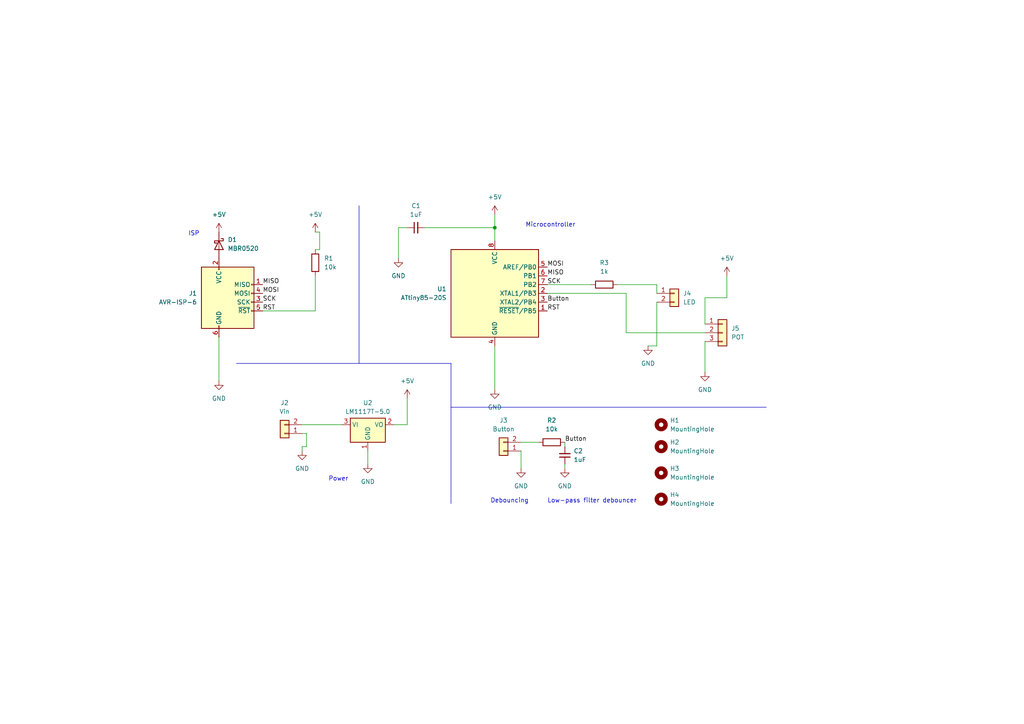
<source format=kicad_sch>
(kicad_sch (version 20230121) (generator eeschema)
  (paper "A4")
  (lib_symbols
    (symbol "Connector:AVR-ISP-6" (pin_names (offset 1.016))
      (property "Reference" "J" (at -6.35 11.43 0))
      (property "Value" "AVR-ISP-6" (at 0 11.43 0))
      (symbol "AVR-ISP-6_0_1"
        (rectangle (start -2.667 -6.858) (end -2.413 -7.62))
        (rectangle (start -2.667 10.16) (end -2.413 9.398))
        (rectangle (start 7.62 -2.413) (end 6.858 -2.667))
        (rectangle (start 7.62 0.127) (end 6.858 -0.127))
        (rectangle (start 7.62 2.667) (end 6.858 2.413))
        (rectangle (start 7.62 5.207) (end 6.858 4.953))
        (rectangle (start 7.62 10.16) (end -7.62 -7.62) (stroke (width 0.254)) (fill (type background)))
      )
      (symbol "AVR-ISP-6_1_1"
        (pin passive line (at 10.16 5.08 180) (length 2.54) (name "MISO") (number "1"))
        (pin passive line (at -2.54 12.7 270) (length 2.54) (name "VCC") (number "2"))
        (pin passive line (at 10.16 0 180) (length 2.54) (name "SCK") (number "3"))
        (pin passive line (at 10.16 2.54 180) (length 2.54) (name "MOSI") (number "4"))
        (pin passive line (at 10.16 -2.54 180) (length 2.54) (name "~{RST}") (number "5"))
        (pin passive line (at -2.54 -10.16 90) (length 2.54) (name "GND") (number "6"))
      )
    )
    (symbol "Connector_Generic:Conn_01x02" (pin_names (offset 1.016) hide)
      (property "Reference" "J" (at 0 2.54 0))
      (property "Value" "Conn_01x02" (at 0 -5.08 0))
      (symbol "Conn_01x02_1_1"
        (rectangle (start -1.27 -2.413) (end 0 -2.667) (stroke (width 0.1524)))
        (rectangle (start -1.27 0.127) (end 0 -0.127) (stroke (width 0.1524)))
        (rectangle (start -1.27 1.27) (end 1.27 -3.81) (stroke (width 0.254)) (fill (type background)))
        (pin passive line (at -5.08 0 0) (length 3.81) (name "Pin_1") (number "1"))
        (pin passive line (at -5.08 -2.54 0) (length 3.81) (name "Pin_2") (number "2"))
      )
    )
    (symbol "Connector_Generic:Conn_01x03" (pin_names (offset 1.016) hide)
      (property "Reference" "J" (at 0 5.08 0))
      (property "Value" "Conn_01x03" (at 0 -5.08 0))
      (symbol "Conn_01x03_1_1"
        (rectangle (start -1.27 -2.413) (end 0 -2.667) (stroke (width 0.1524)))
        (rectangle (start -1.27 0.127) (end 0 -0.127) (stroke (width 0.1524)))
        (rectangle (start -1.27 2.667) (end 0 2.413) (stroke (width 0.1524)))
        (rectangle (start -1.27 3.81) (end 1.27 -3.81) (stroke (width 0.254)) (fill (type background)))
        (pin passive line (at -5.08 2.54 0) (length 3.81) (name "Pin_1") (number "1"))
        (pin passive line (at -5.08 0 0) (length 3.81) (name "Pin_2") (number "2"))
        (pin passive line (at -5.08 -2.54 0) (length 3.81) (name "Pin_3") (number "3"))
      )
    )
    (symbol "Device:C_Small" (pin_numbers hide) (pin_names (offset 0.254) hide)
      (property "Reference" "C" (at 0.254 1.778 0))
      (property "Value" "C_Small" (at 0.254 -2.032 0))
      (symbol "C_Small_0_1"
        (polyline (pts (xy -1.524 -0.508) (xy 1.524 -0.508)) (stroke (width 0.3302)))
        (polyline (pts (xy -1.524 0.508) (xy 1.524 0.508)) (stroke (width 0.3048)))
      )
      (symbol "C_Small_1_1"
        (pin passive line (at 0 2.54 270) (length 2.032) (name "~") (number "1"))
        (pin passive line (at 0 -2.54 90) (length 2.032) (name "~") (number "2"))
      )
    )
    (symbol "Device:R" (pin_numbers hide) (pin_names (offset 0))
      (property "Reference" "R" (at 2.032 0 90))
      (property "Value" "R" (at 0 0 90))
      (symbol "R_0_1"
        (rectangle (start -1.016 -2.54) (end 1.016 2.54) (stroke (width 0.254)))
      )
      (symbol "R_1_1"
        (pin passive line (at 0 3.81 270) (length 1.27) (name "~") (number "1"))
        (pin passive line (at 0 -3.81 90) (length 1.27) (name "~") (number "2"))
      )
    )
    (symbol "Diode:MBR0520" (pin_numbers hide) (pin_names (offset 1.016) hide)
      (property "Reference" "D" (at 0 2.54 0))
      (property "Value" "MBR0520" (at 0 -2.54 0))
      (symbol "MBR0520_0_1"
        (polyline (pts (xy 1.27 0) (xy -1.27 0)))
        (polyline (pts (xy 1.27 1.27) (xy 1.27 -1.27) (xy -1.27 0) (xy 1.27 1.27)) (stroke (width 0.254)))
        (polyline (pts (xy -1.905 0.635) (xy -1.905 1.27) (xy -1.27 1.27) (xy -1.27 -1.27) (xy -0.635 -1.27) (xy -0.635 -0.635)) (stroke (width 0.254)))
      )
      (symbol "MBR0520_1_1"
        (pin passive line (at -3.81 0 0) (length 2.54) (name "K") (number "1"))
        (pin passive line (at 3.81 0 180) (length 2.54) (name "A") (number "2"))
      )
    )
    (symbol "MCU_Microchip_ATtiny:ATtiny85-20S"
      (property "Reference" "U" (at -12.7 13.97 0))
      (property "Value" "ATtiny85-20S" (at 2.54 -13.97 0))
      (symbol "ATtiny85-20S_0_1"
        (rectangle (start -12.7 -12.7) (end 12.7 12.7) (stroke (width 0.254)) (fill (type background)))
      )
      (symbol "ATtiny85-20S_1_1"
        (pin bidirectional line (at 15.24 -5.08 180) (length 2.54) (name "~{RESET}/PB5") (number "1"))
        (pin bidirectional line (at 15.24 0 180) (length 2.54) (name "XTAL1/PB3") (number "2"))
        (pin bidirectional line (at 15.24 -2.54 180) (length 2.54) (name "XTAL2/PB4") (number "3"))
        (pin power_in line (at 0 -15.24 90) (length 2.54) (name "GND") (number "4"))
        (pin bidirectional line (at 15.24 7.62 180) (length 2.54) (name "AREF/PB0") (number "5"))
        (pin bidirectional line (at 15.24 5.08 180) (length 2.54) (name "PB1") (number "6"))
        (pin bidirectional line (at 15.24 2.54 180) (length 2.54) (name "PB2") (number "7"))
        (pin power_in line (at 0 15.24 270) (length 2.54) (name "VCC") (number "8"))
      )
    )
    (symbol "Mechanical:MountingHole" (pin_names (offset 1.016))
      (property "Reference" "H" (at 0 5.08 0))
      (property "Value" "MountingHole" (at 0 3.175 0))
      (symbol "MountingHole_0_1"
        (circle (center 0 0) (radius 1.27) (stroke (width 1.27)))
      )
    )
    (symbol "Regulator_Linear:LM1117T-5.0"
      (property "Reference" "U" (at -3.81 3.175 0))
      (property "Value" "LM1117T-5.0" (at 0 3.175 0))
      (symbol "LM1117T-5.0_0_1"
        (rectangle (start -5.08 -5.08) (end 5.08 1.905) (stroke (width 0.254)) (fill (type background)))
      )
      (symbol "LM1117T-5.0_1_1"
        (pin power_in line (at 0 -7.62 90) (length 2.54) (name "GND") (number "1"))
        (pin power_out line (at 7.62 0 180) (length 2.54) (name "VO") (number "2"))
        (pin power_in line (at -7.62 0 0) (length 2.54) (name "VI") (number "3"))
      )
    )
    (symbol "power:+5V" (power) (pin_names (offset 0))
      (property "Value" "+5V" (at 0 3.556 0))
      (symbol "+5V_0_1"
        (polyline (pts (xy -0.762 1.27) (xy 0 2.54)))
        (polyline (pts (xy 0 0) (xy 0 2.54)))
        (polyline (pts (xy 0 2.54) (xy 0.762 1.27)))
      )
      (symbol "+5V_1_1"
        (pin power_in line (at 0 0 90) (length 0) hide (name "+5V") (number "1"))
      )
    )
    (symbol "power:GND" (power) (pin_names (offset 0))
      (property "Value" "GND" (at 0 -3.81 0))
      (symbol "GND_0_1"
        (polyline (pts (xy 0 0) (xy 0 -1.27) (xy 1.27 -1.27) (xy 0 -2.54) (xy -1.27 -1.27) (xy 0 -1.27)))
      )
      (symbol "GND_1_1"
        (pin power_in line (at 0 0 270) (length 0) hide (name "GND") (number "1"))
      )
    )
  )
  (junction (at 143.51 66.04))
  (polyline (pts (xy 104.14 59.69) (xy 104.14 105.41)))
  (wire (pts (xy 63.5 97.79) (xy 63.5 110.49)))
  (wire (pts (xy 76.2 90.17) (xy 91.44 90.17)))
  (polyline (pts (xy 68.58 105.41) (xy 130.81 105.41)))
  (wire (pts (xy 114.3 123.19) (xy 118.11 123.19)))
  (wire (pts (xy 163.83 134.62) (xy 163.83 135.89)))
  (wire (pts (xy 87.63 125.73) (xy 88.9 125.73)))
  (wire (pts (xy 92.71 67.31) (xy 92.71 72.39)))
  (wire (pts (xy 181.61 96.52) (xy 204.47 96.52)))
  (polyline (pts (xy 130.81 118.11) (xy 130.81 105.41)))
  (wire (pts (xy 190.5 87.63) (xy 190.5 100.33)))
  (wire (pts (xy 88.9 125.73) (xy 88.9 129.54)))
  (wire (pts (xy 163.83 128.27) (xy 163.83 129.54)))
  (wire (pts (xy 158.75 85.09) (xy 181.61 85.09)))
  (wire (pts (xy 179.07 82.55) (xy 190.5 82.55)))
  (wire (pts (xy 210.82 86.36) (xy 210.82 80.01)))
  (wire (pts (xy 118.11 115.57) (xy 118.11 123.19)))
  (wire (pts (xy 143.51 66.04) (xy 143.51 69.85)))
  (wire (pts (xy 151.13 130.81) (xy 151.13 135.89)))
  (wire (pts (xy 143.51 62.23) (xy 143.51 66.04)))
  (wire (pts (xy 151.13 128.27) (xy 156.21 128.27)))
  (wire (pts (xy 91.44 72.39) (xy 92.71 72.39)))
  (wire (pts (xy 190.5 100.33) (xy 187.96 100.33)))
  (polyline (pts (xy 130.81 118.11) (xy 222.25 118.11)))
  (wire (pts (xy 115.57 66.04) (xy 115.57 74.93)))
  (polyline (pts (xy 130.81 118.11) (xy 130.81 146.05)))
  (wire (pts (xy 87.63 129.54) (xy 87.63 130.81)))
  (wire (pts (xy 190.5 82.55) (xy 190.5 85.09)))
  (wire (pts (xy 123.19 66.04) (xy 143.51 66.04)))
  (wire (pts (xy 181.61 85.09) (xy 181.61 96.52)))
  (wire (pts (xy 204.47 93.98) (xy 204.47 86.36)))
  (wire (pts (xy 106.68 130.81) (xy 106.68 134.62)))
  (wire (pts (xy 158.75 82.55) (xy 171.45 82.55)))
  (wire (pts (xy 204.47 86.36) (xy 210.82 86.36)))
  (wire (pts (xy 143.51 100.33) (xy 143.51 113.03)))
  (wire (pts (xy 118.11 66.04) (xy 115.57 66.04)))
  (wire (pts (xy 204.47 99.06) (xy 204.47 107.95)))
  (wire (pts (xy 88.9 129.54) (xy 87.63 129.54)))
  (wire (pts (xy 91.44 67.31) (xy 92.71 67.31)))
  (wire (pts (xy 87.63 123.19) (xy 99.06 123.19)))
  (wire (pts (xy 91.44 80.01) (xy 91.44 90.17)))
  (text "ISP" (at 54.61 68.58 0) (effects (font (size 1.27 1.27)) (justify left bottom)))
  (text "Microcontroller" (at 152.4 66.04 0) (effects (font (size 1.27 1.27)) (justify left bottom)))
  (text "Low-pass filter debouncer" (at 158.75 146.05 0) (effects (font (size 1.27 1.27)) (justify left bottom)))
  (text "Debouncing\n" (at 142.24 146.05 0) (effects (font (size 1.27 1.27)) (justify left bottom)))
  (text "Power" (at 95.25 139.7 0) (effects (font (size 1.27 1.27)) (justify left bottom)))
  (label "SCK" (at 158.75 82.55 0))
  (label "Button" (at 163.83 128.27 0))
  (label "MOSI" (at 76.2 85.09 0))
  (label "SCK" (at 76.2 87.63 0))
  (label "RST" (at 76.2 90.17 0))
  (label "MISO" (at 158.75 80.01 0))
  (label "Button" (at 158.75 87.63 0))
  (label "MOSI" (at 158.75 77.47 0))
  (label "RST" (at 158.75 90.17 0))
  (label "MISO" (at 76.2 82.55 0))
  (symbol (lib_id "Mechanical:MountingHole") (at 191.77 129.54 0) (unit 1)
    (property "Reference" "H2" (at 194.31 128.27 0) (effects (justify left)))
    (property "Value" "MountingHole" (at 194.31 130.81 0) (effects (justify left)))
    (property "Footprint" "MountingHole:MountingHole_3.2mm_M3" (effects hide))
  )
  (symbol (lib_id "MCU_Microchip_ATtiny:ATtiny85-20S") (at 143.51 85.09 0) (unit 1)
    (property "Reference" "U1" (at 129.54 83.82 0) (effects (justify right)))
    (property "Value" "ATtiny85-20S" (at 129.54 86.36 0) (effects (justify right)))
    (property "Footprint" "Package_SO:SOIC-8W_5.3x5.3mm_P1.27mm" (effects hide))
    (property "Datasheet" "http://ww1.microchip.com/downloads/en/DeviceDoc/atmel-2586-avr-8-bit-microcontroller-attiny25-attiny45-attiny85_datasheet.pdf" (effects hide))
  )
  (symbol (lib_id "Device:R") (at 175.26 82.55 90) (unit 1)
    (property "Reference" "R3" (at 175.26 76.2 90))
    (property "Value" "1k" (at 175.26 78.74 90))
    (property "Footprint" "Resistor_SMD:R_0805_2012Metric_Pad1.20x1.40mm_HandSolder" (effects hide))
  )
  (symbol (lib_id "Mechanical:MountingHole") (at 191.77 123.19 0) (unit 1)
    (property "Reference" "H1" (at 194.31 121.92 0) (effects (justify left)))
    (property "Value" "MountingHole" (at 194.31 124.46 0) (effects (justify left)))
    (property "Footprint" "MountingHole:MountingHole_3.2mm_M3" (effects hide))
  )
  (symbol (lib_id "Connector_Generic:Conn_01x02") (at 82.55 125.73 180) (unit 1)
    (property "Reference" "J2" (at 82.55 116.84 0))
    (property "Value" "Vin" (at 82.55 119.38 0))
    (property "Footprint" "Connector_Molex:Molex_KK-254_AE-6410-02A_1x02_P2.54mm_Vertical" (effects hide))
  )
  (symbol (lib_id "power:GND") (at 115.57 74.93 0) (unit 1)
    (property "Reference" "#PWR06" (effects hide))
    (property "Value" "GND" (at 115.57 80.01 0))
  )
  (symbol (lib_id "Mechanical:MountingHole") (at 191.77 137.16 0) (unit 1)
    (property "Reference" "H3" (at 194.31 135.89 0) (effects (justify left)))
    (property "Value" "MountingHole" (at 194.31 138.43 0) (effects (justify left)))
    (property "Footprint" "MountingHole:MountingHole_3.2mm_M3" (effects hide))
  )
  (symbol (lib_id "power:GND") (at 106.68 134.62 0) (unit 1)
    (property "Reference" "#PWR09" (effects hide))
    (property "Value" "GND" (at 106.68 139.7 0))
  )
  (symbol (lib_id "Diode:MBR0520") (at 63.5 71.12 270) (unit 1)
    (property "Reference" "D1" (at 66.04 69.5325 90) (effects (justify left)))
    (property "Value" "MBR0520" (at 66.04 72.0725 90) (effects (justify left)))
    (property "Footprint" "Diode_SMD:D_SOD-123" (effects hide))
    (property "Datasheet" "http://www.mccsemi.com/up_pdf/MBR0520~MBR0580(SOD123).pdf" (effects hide))
  )
  (symbol (lib_id "power:GND") (at 187.96 100.33 0) (unit 1)
    (property "Reference" "#PWR012" (effects hide))
    (property "Value" "GND" (at 187.96 105.41 0))
  )
  (symbol (lib_id "power:+5V") (at 210.82 80.01 0) (unit 1)
    (property "Reference" "#PWR014" (effects hide))
    (property "Value" "+5V" (at 210.82 74.93 0))
  )
  (symbol (lib_id "Device:C_Small") (at 120.65 66.04 90) (unit 1)
    (property "Reference" "C1" (at 120.6563 59.69 90))
    (property "Value" "1uF" (at 120.6563 62.23 90))
    (property "Footprint" "Capacitor_SMD:C_0805_2012Metric_Pad1.18x1.45mm_HandSolder" (effects hide))
  )
  (symbol (lib_id "power:GND") (at 163.83 135.89 0) (unit 1)
    (property "Reference" "#PWR010" (effects hide))
    (property "Value" "GND" (at 163.83 140.97 0))
  )
  (symbol (lib_id "power:+5V") (at 91.44 67.31 0) (unit 1)
    (property "Reference" "#PWR02" (effects hide))
    (property "Value" "+5V" (at 91.44 62.23 0))
  )
  (symbol (lib_id "power:GND") (at 204.47 107.95 0) (unit 1)
    (property "Reference" "#PWR013" (effects hide))
    (property "Value" "GND" (at 204.47 113.03 0))
  )
  (symbol (lib_id "Connector_Generic:Conn_01x03") (at 209.55 96.52 0) (unit 1)
    (property "Reference" "J5" (at 212.09 95.25 0) (effects (justify left)))
    (property "Value" "POT" (at 212.09 97.79 0) (effects (justify left)))
    (property "Footprint" "Connector_Molex:Molex_KK-254_AE-6410-03A_1x03_P2.54mm_Vertical" (effects hide))
  )
  (symbol (lib_id "Device:R") (at 160.02 128.27 90) (unit 1)
    (property "Reference" "R2" (at 160.02 121.92 90))
    (property "Value" "10k" (at 160.02 124.46 90))
    (property "Footprint" "Resistor_SMD:R_0805_2012Metric_Pad1.20x1.40mm_HandSolder" (effects hide))
  )
  (symbol (lib_id "Connector_Generic:Conn_01x02") (at 146.05 130.81 180) (unit 1)
    (property "Reference" "J3" (at 146.05 121.92 0))
    (property "Value" "Button" (at 146.05 124.46 0))
    (property "Footprint" "Connector_Molex:Molex_KK-254_AE-6410-02A_1x02_P2.54mm_Vertical" (effects hide))
  )
  (symbol (lib_id "power:GND") (at 143.51 113.03 0) (unit 1)
    (property "Reference" "#PWR05" (effects hide))
    (property "Value" "GND" (at 143.51 118.11 0))
  )
  (symbol (lib_id "Connector_Generic:Conn_01x02") (at 195.58 85.09 0) (unit 1)
    (property "Reference" "J4" (at 198.12 85.09 0) (effects (justify left)))
    (property "Value" "LED" (at 198.12 87.63 0) (effects (justify left)))
    (property "Footprint" "Connector_Molex:Molex_KK-254_AE-6410-02A_1x02_P2.54mm_Vertical" (effects hide))
  )
  (symbol (lib_id "power:+5V") (at 63.5 67.31 0) (unit 1)
    (property "Reference" "#PWR01" (effects hide))
    (property "Value" "+5V" (at 63.5 62.23 0))
  )
  (symbol (lib_id "Device:C_Small") (at 163.83 132.08 180) (unit 1)
    (property "Reference" "C2" (at 166.37 130.8036 0) (effects (justify right)))
    (property "Value" "1uF" (at 166.37 133.3436 0) (effects (justify right)))
    (property "Footprint" "Capacitor_SMD:C_0805_2012Metric_Pad1.18x1.45mm_HandSolder" (effects hide))
  )
  (symbol (lib_id "power:GND") (at 63.5 110.49 0) (unit 1)
    (property "Reference" "#PWR04" (effects hide))
    (property "Value" "GND" (at 63.5 115.57 0))
  )
  (symbol (lib_id "Mechanical:MountingHole") (at 191.77 144.78 0) (unit 1)
    (property "Reference" "H4" (at 194.31 143.51 0) (effects (justify left)))
    (property "Value" "MountingHole" (at 194.31 146.05 0) (effects (justify left)))
    (property "Footprint" "MountingHole:MountingHole_3.2mm_M3" (effects hide))
  )
  (symbol (lib_id "Device:R") (at 91.44 76.2 0) (unit 1)
    (property "Reference" "R1" (at 93.98 74.93 0) (effects (justify left)))
    (property "Value" "10k" (at 93.98 77.47 0) (effects (justify left)))
    (property "Footprint" "Resistor_SMD:R_0805_2012Metric_Pad1.20x1.40mm_HandSolder" (effects hide))
  )
  (symbol (lib_id "power:+5V") (at 118.11 115.57 0) (unit 1)
    (property "Reference" "#PWR07" (effects hide))
    (property "Value" "+5V" (at 118.11 110.49 0))
  )
  (symbol (lib_id "power:GND") (at 151.13 135.89 0) (unit 1)
    (property "Reference" "#PWR011" (effects hide))
    (property "Value" "GND" (at 151.13 140.97 0))
  )
  (symbol (lib_id "power:+5V") (at 143.51 62.23 0) (unit 1)
    (property "Reference" "#PWR03" (effects hide))
    (property "Value" "+5V" (at 143.51 57.15 0))
  )
  (symbol (lib_id "power:GND") (at 87.63 130.81 0) (unit 1)
    (property "Reference" "#PWR08" (effects hide))
    (property "Value" "GND" (at 87.63 135.89 0))
  )
  (symbol (lib_id "Connector:AVR-ISP-6") (at 66.04 87.63 0) (unit 1)
    (property "Reference" "J1" (at 57.15 85.09 0) (effects (justify right)))
    (property "Value" "AVR-ISP-6" (at 57.15 87.63 0) (effects (justify right)))
    (property "Footprint" "Connector_IDC:IDC-Header_2x03_P2.54mm_Vertical" (effects hide))
    (property "Datasheet" " ~" (effects hide))
  )
  (symbol (lib_id "Regulator_Linear:LM1117T-5.0") (at 106.68 123.19 0) (unit 1)
    (property "Reference" "U2" (at 106.68 116.84 0))
    (property "Value" "LM1117T-5.0" (at 106.68 119.38 0))
    (property "Footprint" "Package_TO_SOT_SMD:SOT-223" (effects hide))
    (property "Datasheet" "http://www.ti.com/lit/ds/symlink/lm1117.pdf" (effects hide))
  )
)
</source>
